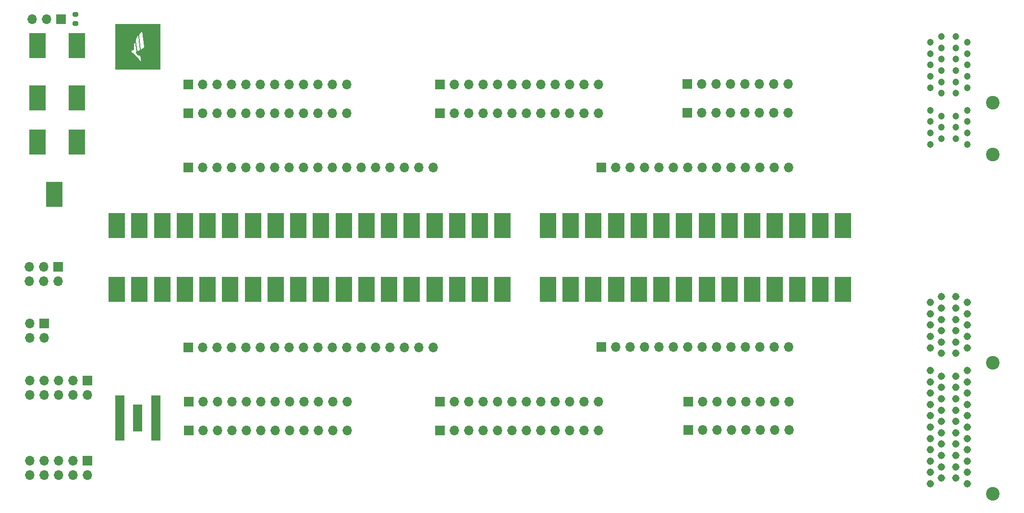
<source format=gts>
%TF.GenerationSoftware,KiCad,Pcbnew,7.0.8*%
%TF.CreationDate,2024-09-16T14:36:25-04:00*%
%TF.ProjectId,breakout_pcie,62726561-6b6f-4757-945f-706369652e6b,rev?*%
%TF.SameCoordinates,Original*%
%TF.FileFunction,Soldermask,Top*%
%TF.FilePolarity,Negative*%
%FSLAX46Y46*%
G04 Gerber Fmt 4.6, Leading zero omitted, Abs format (unit mm)*
G04 Created by KiCad (PCBNEW 7.0.8) date 2024-09-16 14:36:25*
%MOMM*%
%LPD*%
G01*
G04 APERTURE LIST*
G04 Aperture macros list*
%AMRoundRect*
0 Rectangle with rounded corners*
0 $1 Rounding radius*
0 $2 $3 $4 $5 $6 $7 $8 $9 X,Y pos of 4 corners*
0 Add a 4 corners polygon primitive as box body*
4,1,4,$2,$3,$4,$5,$6,$7,$8,$9,$2,$3,0*
0 Add four circle primitives for the rounded corners*
1,1,$1+$1,$2,$3*
1,1,$1+$1,$4,$5*
1,1,$1+$1,$6,$7*
1,1,$1+$1,$8,$9*
0 Add four rect primitives between the rounded corners*
20,1,$1+$1,$2,$3,$4,$5,0*
20,1,$1+$1,$4,$5,$6,$7,0*
20,1,$1+$1,$6,$7,$8,$9,0*
20,1,$1+$1,$8,$9,$2,$3,0*%
G04 Aperture macros list end*
%ADD10R,3.000000X4.500000*%
%ADD11R,1.700000X1.700000*%
%ADD12O,1.700000X1.700000*%
%ADD13C,2.400000*%
%ADD14C,1.200000*%
%ADD15RoundRect,0.200000X0.275000X-0.200000X0.275000X0.200000X-0.275000X0.200000X-0.275000X-0.200000X0*%
%ADD16C,1.316000*%
G04 APERTURE END LIST*
G36*
X86700000Y-120500000D02*
G01*
X88300000Y-120500000D01*
X88300000Y-128500000D01*
X86700000Y-128500000D01*
X86700000Y-120500000D01*
G37*
G36*
X89900000Y-122100000D02*
G01*
X91500000Y-122100000D01*
X91500000Y-126900000D01*
X89900000Y-126900000D01*
X89900000Y-122100000D01*
G37*
G36*
X93100000Y-120500000D02*
G01*
X94700000Y-120500000D01*
X94700000Y-128500000D01*
X93100000Y-128500000D01*
X93100000Y-120500000D01*
G37*
%TO.C,REF\u002A\u002A*%
G36*
X90209930Y-55000000D02*
G01*
X90738648Y-55000000D01*
X91468249Y-55000000D01*
X94700000Y-55000000D01*
X94700000Y-63000058D01*
X86701824Y-63000058D01*
X86701824Y-59944533D01*
X89589898Y-59944533D01*
X89589909Y-59945227D01*
X89589942Y-59945900D01*
X89589996Y-59946553D01*
X89590071Y-59947186D01*
X89590167Y-59947799D01*
X89590283Y-59948394D01*
X89590419Y-59948970D01*
X89590574Y-59949530D01*
X89590749Y-59950073D01*
X89590943Y-59950600D01*
X89591156Y-59951112D01*
X89591386Y-59951610D01*
X89591635Y-59952094D01*
X89591901Y-59952564D01*
X89592185Y-59953023D01*
X89592485Y-59953469D01*
X89592802Y-59953905D01*
X89593135Y-59954330D01*
X89593848Y-59955152D01*
X89594622Y-59955942D01*
X89595454Y-59956703D01*
X89596341Y-59957443D01*
X89597281Y-59958166D01*
X89598270Y-59958878D01*
X89599305Y-59959584D01*
X89674953Y-60003957D01*
X89749803Y-60051197D01*
X89823783Y-60101075D01*
X89896822Y-60153358D01*
X90039795Y-60264223D01*
X90178155Y-60381947D01*
X90311333Y-60504688D01*
X90438762Y-60630600D01*
X90559874Y-60757841D01*
X90674101Y-60884567D01*
X90780876Y-61008934D01*
X90879631Y-61129097D01*
X91050809Y-61349440D01*
X91183093Y-61530845D01*
X91271942Y-61658562D01*
X91271942Y-61656680D01*
X91273032Y-61658020D01*
X91274182Y-61659220D01*
X91275384Y-61660283D01*
X91276631Y-61661211D01*
X91277917Y-61662009D01*
X91279235Y-61662679D01*
X91280577Y-61663224D01*
X91281937Y-61663647D01*
X91283309Y-61663952D01*
X91284684Y-61664142D01*
X91286057Y-61664219D01*
X91287420Y-61664188D01*
X91288767Y-61664050D01*
X91290090Y-61663809D01*
X91291383Y-61663468D01*
X91292638Y-61663030D01*
X91293850Y-61662499D01*
X91295010Y-61661877D01*
X91296113Y-61661167D01*
X91297151Y-61660373D01*
X91298117Y-61659498D01*
X91299005Y-61658545D01*
X91299807Y-61657516D01*
X91300517Y-61656416D01*
X91301128Y-61655246D01*
X91301632Y-61654011D01*
X91302024Y-61652713D01*
X91302295Y-61651356D01*
X91302440Y-61649942D01*
X91302452Y-61648474D01*
X91302322Y-61646956D01*
X91302046Y-61645391D01*
X91168461Y-60524029D01*
X91168037Y-60520263D01*
X91167476Y-60516725D01*
X91166784Y-60513409D01*
X91165965Y-60510311D01*
X91165027Y-60507426D01*
X91163975Y-60504751D01*
X91162815Y-60502281D01*
X91161552Y-60500010D01*
X91160193Y-60497936D01*
X91158743Y-60496052D01*
X91157209Y-60494355D01*
X91155595Y-60492841D01*
X91153909Y-60491504D01*
X91152155Y-60490341D01*
X91150340Y-60489346D01*
X91148470Y-60488516D01*
X91146550Y-60487845D01*
X91144586Y-60487330D01*
X91142584Y-60486966D01*
X91140551Y-60486748D01*
X91138491Y-60486672D01*
X91136411Y-60486734D01*
X91134316Y-60486928D01*
X91132213Y-60487252D01*
X91130107Y-60487699D01*
X91128004Y-60488265D01*
X91125910Y-60488947D01*
X91123831Y-60489739D01*
X91121772Y-60490638D01*
X91119740Y-60491638D01*
X91117741Y-60492735D01*
X91115779Y-60493925D01*
X91093348Y-60507066D01*
X91075662Y-60516447D01*
X91053455Y-60527086D01*
X91026574Y-60538518D01*
X91011332Y-60544387D01*
X90994864Y-60550281D01*
X90977151Y-60556142D01*
X90958172Y-60561912D01*
X90937909Y-60567533D01*
X90916342Y-60572947D01*
X90910514Y-60574318D01*
X90903672Y-60575534D01*
X90895903Y-60576486D01*
X90887297Y-60577063D01*
X90877941Y-60577155D01*
X90867923Y-60576651D01*
X90857333Y-60575442D01*
X90846257Y-60573418D01*
X90834784Y-60570467D01*
X90823003Y-60566480D01*
X90811001Y-60561346D01*
X90804945Y-60558315D01*
X90798867Y-60554956D01*
X90792778Y-60551255D01*
X90786689Y-60547198D01*
X90780611Y-60542772D01*
X90774555Y-60537963D01*
X90768532Y-60532758D01*
X90762553Y-60527141D01*
X90756630Y-60521101D01*
X90750772Y-60514621D01*
X90653464Y-60402144D01*
X90573170Y-60304079D01*
X90530689Y-60249587D01*
X90488776Y-60193358D01*
X90449023Y-60136821D01*
X90413024Y-60081403D01*
X90382372Y-60028531D01*
X90358660Y-59979634D01*
X90349904Y-59957122D01*
X90343480Y-59936138D01*
X90339588Y-59916863D01*
X90338426Y-59899473D01*
X90340195Y-59884147D01*
X90345092Y-59871064D01*
X90353317Y-59860402D01*
X90365069Y-59852340D01*
X90430920Y-59835406D01*
X90431433Y-59835209D01*
X90431914Y-59834970D01*
X90432364Y-59834693D01*
X90432783Y-59834381D01*
X90433174Y-59834038D01*
X90433537Y-59833666D01*
X90433873Y-59833269D01*
X90434184Y-59832849D01*
X90434469Y-59832410D01*
X90434731Y-59831955D01*
X90434970Y-59831486D01*
X90435187Y-59831008D01*
X90435383Y-59830523D01*
X90435560Y-59830034D01*
X90435859Y-59829057D01*
X90436092Y-59828102D01*
X90436267Y-59827193D01*
X90436393Y-59826357D01*
X90436477Y-59825617D01*
X90436554Y-59824526D01*
X90436565Y-59824118D01*
X90225839Y-58064933D01*
X90225598Y-58063555D01*
X90225232Y-58062246D01*
X90224749Y-58061006D01*
X90224156Y-58059840D01*
X90223461Y-58058747D01*
X90222672Y-58057731D01*
X90221796Y-58056794D01*
X90220841Y-58055937D01*
X90219814Y-58055163D01*
X90218724Y-58054474D01*
X90217576Y-58053871D01*
X90216380Y-58053357D01*
X90215142Y-58052935D01*
X90213871Y-58052605D01*
X90212574Y-58052370D01*
X90211257Y-58052233D01*
X90209930Y-58052195D01*
X90208600Y-58052258D01*
X90207273Y-58052424D01*
X90205958Y-58052696D01*
X90204663Y-58053075D01*
X90203394Y-58053564D01*
X90202160Y-58054165D01*
X90200968Y-58054879D01*
X90199826Y-58055709D01*
X90198740Y-58056656D01*
X90197720Y-58057724D01*
X90196772Y-58058914D01*
X90195903Y-58060227D01*
X90195122Y-58061667D01*
X90194437Y-58063235D01*
X90193854Y-58064933D01*
X90146324Y-58218755D01*
X90104307Y-58379699D01*
X90068375Y-58547830D01*
X90039102Y-58723216D01*
X90027141Y-58813650D01*
X90017061Y-58905922D01*
X90008931Y-59000041D01*
X90002825Y-59096014D01*
X89998813Y-59193851D01*
X89996967Y-59293558D01*
X89997359Y-59395146D01*
X90000061Y-59498622D01*
X90000017Y-59500695D01*
X89999885Y-59502682D01*
X89999664Y-59504587D01*
X89999356Y-59506412D01*
X89998959Y-59508160D01*
X89998474Y-59509833D01*
X89998198Y-59510643D01*
X89997900Y-59511435D01*
X89997581Y-59512210D01*
X89997239Y-59512968D01*
X89996875Y-59513709D01*
X89996489Y-59514434D01*
X89996081Y-59515144D01*
X89995651Y-59515838D01*
X89995199Y-59516516D01*
X89994725Y-59517180D01*
X89993711Y-59518465D01*
X89992609Y-59519695D01*
X89991418Y-59520872D01*
X89990139Y-59522000D01*
X89988772Y-59523081D01*
X89967576Y-59538732D01*
X89937031Y-59559035D01*
X89898020Y-59582116D01*
X89875615Y-59594112D01*
X89851424Y-59606101D01*
X89825557Y-59617847D01*
X89798125Y-59629116D01*
X89769238Y-59639674D01*
X89739005Y-59649287D01*
X89707538Y-59657720D01*
X89674947Y-59664739D01*
X89641341Y-59670110D01*
X89606831Y-59673599D01*
X89605955Y-59673648D01*
X89605091Y-59673789D01*
X89604240Y-59674018D01*
X89603403Y-59674327D01*
X89602581Y-59674710D01*
X89601775Y-59675162D01*
X89600987Y-59675676D01*
X89600217Y-59676245D01*
X89599466Y-59676864D01*
X89598735Y-59677527D01*
X89598026Y-59678226D01*
X89597340Y-59678957D01*
X89596037Y-59680487D01*
X89594837Y-59682066D01*
X89593747Y-59683645D01*
X89592775Y-59685175D01*
X89591931Y-59686605D01*
X89591221Y-59687887D01*
X89590240Y-59689805D01*
X89589898Y-59690532D01*
X89589898Y-59944533D01*
X86701824Y-59944533D01*
X86701824Y-57820556D01*
X90395769Y-57820556D01*
X90396333Y-57861868D01*
X90398639Y-57903208D01*
X90402697Y-57944518D01*
X90620949Y-59767673D01*
X90620966Y-59768191D01*
X90621014Y-59768687D01*
X90621093Y-59769161D01*
X90621203Y-59769613D01*
X90621341Y-59770043D01*
X90621507Y-59770451D01*
X90621700Y-59770837D01*
X90621919Y-59771201D01*
X90622163Y-59771542D01*
X90622431Y-59771862D01*
X90622721Y-59772160D01*
X90623033Y-59772435D01*
X90623365Y-59772689D01*
X90623718Y-59772921D01*
X90624089Y-59773130D01*
X90624477Y-59773317D01*
X90624882Y-59773483D01*
X90625302Y-59773626D01*
X90625737Y-59773747D01*
X90626186Y-59773847D01*
X90626647Y-59773924D01*
X90627119Y-59773979D01*
X90628093Y-59774023D01*
X90629100Y-59773979D01*
X90630132Y-59773847D01*
X90631181Y-59773626D01*
X90632238Y-59773317D01*
X90687624Y-59754458D01*
X90742305Y-59734629D01*
X90796280Y-59713918D01*
X90849549Y-59692414D01*
X90902113Y-59670203D01*
X90953972Y-59647376D01*
X91005124Y-59624019D01*
X91055571Y-59600221D01*
X91055913Y-59600029D01*
X91056234Y-59599805D01*
X91056534Y-59599554D01*
X91056814Y-59599277D01*
X91057074Y-59598976D01*
X91057316Y-59598654D01*
X91057540Y-59598314D01*
X91057747Y-59597958D01*
X91057937Y-59597587D01*
X91058112Y-59597206D01*
X91058271Y-59596815D01*
X91058416Y-59596418D01*
X91058665Y-59595614D01*
X91058864Y-59594812D01*
X91059019Y-59594032D01*
X91059136Y-59593294D01*
X91059220Y-59592617D01*
X91059276Y-59592019D01*
X91059327Y-59591141D01*
X91059335Y-59590814D01*
X90756967Y-57057315D01*
X90953008Y-57057315D01*
X90954090Y-57099164D01*
X90957734Y-57141125D01*
X91239957Y-59491095D01*
X91239978Y-59491619D01*
X91240042Y-59492130D01*
X91240147Y-59492629D01*
X91240291Y-59493113D01*
X91240472Y-59493582D01*
X91240688Y-59494035D01*
X91240938Y-59494470D01*
X91241221Y-59494888D01*
X91241533Y-59495286D01*
X91241874Y-59495663D01*
X91242242Y-59496020D01*
X91242635Y-59496354D01*
X91243052Y-59496664D01*
X91243490Y-59496951D01*
X91243948Y-59497211D01*
X91244425Y-59497445D01*
X91244918Y-59497652D01*
X91245426Y-59497830D01*
X91245947Y-59497978D01*
X91246479Y-59498096D01*
X91247021Y-59498182D01*
X91247571Y-59498235D01*
X91248127Y-59498254D01*
X91248688Y-59498239D01*
X91249251Y-59498188D01*
X91249815Y-59498100D01*
X91250379Y-59497974D01*
X91250940Y-59497809D01*
X91251497Y-59497604D01*
X91252048Y-59497358D01*
X91252592Y-59497071D01*
X91253127Y-59496740D01*
X91321981Y-59456718D01*
X91388740Y-59415748D01*
X91453251Y-59373940D01*
X91515358Y-59331405D01*
X91574908Y-59288252D01*
X91631745Y-59244592D01*
X91685717Y-59200535D01*
X91736667Y-59156192D01*
X91746566Y-59146782D01*
X91755795Y-59136914D01*
X91764345Y-59126616D01*
X91772210Y-59115916D01*
X91779380Y-59104841D01*
X91785847Y-59093419D01*
X91791603Y-59081677D01*
X91796640Y-59069644D01*
X91800949Y-59057345D01*
X91804522Y-59044809D01*
X91807351Y-59032064D01*
X91809428Y-59019138D01*
X91810744Y-59006056D01*
X91811291Y-58992848D01*
X91811061Y-58979541D01*
X91810045Y-58966162D01*
X91486430Y-56349022D01*
X91486216Y-56347804D01*
X91485927Y-56346621D01*
X91485568Y-56345474D01*
X91485140Y-56344366D01*
X91484648Y-56343298D01*
X91484095Y-56342271D01*
X91483482Y-56341288D01*
X91482814Y-56340349D01*
X91482094Y-56339458D01*
X91481325Y-56338615D01*
X91480509Y-56337823D01*
X91479650Y-56337083D01*
X91478752Y-56336396D01*
X91477816Y-56335765D01*
X91476847Y-56335191D01*
X91475847Y-56334676D01*
X91474819Y-56334221D01*
X91473767Y-56333829D01*
X91472694Y-56333501D01*
X91471603Y-56333239D01*
X91470496Y-56333044D01*
X91469377Y-56332919D01*
X91468249Y-56332864D01*
X91467116Y-56332882D01*
X91465979Y-56332975D01*
X91464843Y-56333144D01*
X91463711Y-56333390D01*
X91462585Y-56333717D01*
X91461468Y-56334124D01*
X91460365Y-56334615D01*
X91459277Y-56335190D01*
X91458208Y-56335852D01*
X91458208Y-56335851D01*
X91415581Y-56364544D01*
X91387101Y-56384667D01*
X91354256Y-56408759D01*
X91317354Y-56436908D01*
X91276704Y-56469201D01*
X91232614Y-56505729D01*
X91185393Y-56546577D01*
X91154642Y-56574979D01*
X91125913Y-56605076D01*
X91099247Y-56636755D01*
X91074680Y-56669903D01*
X91052252Y-56704406D01*
X91032001Y-56740153D01*
X91013966Y-56777030D01*
X90998186Y-56814923D01*
X90984699Y-56853721D01*
X90973543Y-56893310D01*
X90964758Y-56933577D01*
X90958381Y-56974408D01*
X90954452Y-57015692D01*
X90953008Y-57057315D01*
X90756967Y-57057315D01*
X90756416Y-57052696D01*
X90756185Y-57051313D01*
X90755850Y-57049986D01*
X90755417Y-57048717D01*
X90754891Y-57047507D01*
X90754278Y-57046358D01*
X90753584Y-57045271D01*
X90752815Y-57044247D01*
X90751977Y-57043288D01*
X90751075Y-57042396D01*
X90750116Y-57041570D01*
X90749105Y-57040814D01*
X90748048Y-57040128D01*
X90746952Y-57039514D01*
X90745821Y-57038972D01*
X90744662Y-57038505D01*
X90743481Y-57038114D01*
X90742283Y-57037800D01*
X90741074Y-57037565D01*
X90739861Y-57037409D01*
X90738648Y-57037335D01*
X90737443Y-57037344D01*
X90736250Y-57037436D01*
X90735076Y-57037614D01*
X90733926Y-57037879D01*
X90732807Y-57038232D01*
X90731724Y-57038675D01*
X90730683Y-57039208D01*
X90729689Y-57039834D01*
X90728750Y-57040554D01*
X90727870Y-57041368D01*
X90727055Y-57042279D01*
X90726312Y-57043288D01*
X90702415Y-57074605D01*
X90678716Y-57106494D01*
X90655238Y-57139001D01*
X90632003Y-57172170D01*
X90609032Y-57206044D01*
X90586348Y-57240668D01*
X90563972Y-57276085D01*
X90541927Y-57312340D01*
X90520850Y-57348027D01*
X90501372Y-57384494D01*
X90483504Y-57421683D01*
X90467256Y-57459537D01*
X90452639Y-57497996D01*
X90439666Y-57537004D01*
X90428346Y-57576503D01*
X90418690Y-57616434D01*
X90410710Y-57656741D01*
X90404417Y-57697364D01*
X90399822Y-57738246D01*
X90396936Y-57779329D01*
X90395769Y-57820556D01*
X86701824Y-57820556D01*
X86701824Y-55000000D01*
X90209930Y-55000000D01*
G37*
%TD*%
D10*
%TO.C,TP25*%
X111000000Y-101819975D03*
%TD*%
%TO.C,TP10*%
X123000000Y-90500000D03*
%TD*%
D11*
%TO.C,J5*%
X172400000Y-80319975D03*
D12*
X174940000Y-80319975D03*
X177480000Y-80319975D03*
X180020000Y-80319975D03*
X182560000Y-80319975D03*
X185100000Y-80319975D03*
X187640000Y-80319975D03*
X190180000Y-80319975D03*
X192720000Y-80319975D03*
X195260000Y-80319975D03*
X197800000Y-80319975D03*
X200340000Y-80319975D03*
X202880000Y-80319975D03*
X205420000Y-80319975D03*
%TD*%
D11*
%TO.C,J9*%
X144000000Y-70719975D03*
D12*
X146540000Y-70719975D03*
X149080000Y-70719975D03*
X151620000Y-70719975D03*
X154160000Y-70719975D03*
X156700000Y-70719975D03*
X159240000Y-70719975D03*
X161780000Y-70719975D03*
X164320000Y-70719975D03*
X166860000Y-70719975D03*
X169400000Y-70719975D03*
X171940000Y-70719975D03*
%TD*%
D11*
%TO.C,J4*%
X99600000Y-112019975D03*
D12*
X102140000Y-112019975D03*
X104680000Y-112019975D03*
X107220000Y-112019975D03*
X109760000Y-112019975D03*
X112300000Y-112019975D03*
X114840000Y-112019975D03*
X117380000Y-112019975D03*
X119920000Y-112019975D03*
X122460000Y-112019975D03*
X125000000Y-112019975D03*
X127540000Y-112019975D03*
X130080000Y-112019975D03*
X132620000Y-112019975D03*
X135160000Y-112019975D03*
X137700000Y-112019975D03*
X140240000Y-112019975D03*
X142780000Y-112019975D03*
%TD*%
D10*
%TO.C,TP17*%
X151000000Y-90519975D03*
%TD*%
%TO.C,TP2*%
X91000000Y-90519975D03*
%TD*%
D11*
%TO.C,J16*%
X144000000Y-121619975D03*
D12*
X146540000Y-121619975D03*
X149080000Y-121619975D03*
X151620000Y-121619975D03*
X154160000Y-121619975D03*
X156700000Y-121619975D03*
X159240000Y-121619975D03*
X161780000Y-121619975D03*
X164320000Y-121619975D03*
X166860000Y-121619975D03*
X169400000Y-121619975D03*
X171940000Y-121619975D03*
%TD*%
D10*
%TO.C,TP32*%
X139000000Y-101819975D03*
%TD*%
D11*
%TO.C,J12*%
X187750000Y-126619975D03*
D12*
X190290000Y-126619975D03*
X192830000Y-126619975D03*
X195370000Y-126619975D03*
X197910000Y-126619975D03*
X200450000Y-126619975D03*
X202990000Y-126619975D03*
X205530000Y-126619975D03*
%TD*%
D10*
%TO.C,TP64*%
X215000000Y-101819975D03*
%TD*%
D11*
%TO.C,J17*%
X187600000Y-65564975D03*
D12*
X190140000Y-65564975D03*
X192680000Y-65564975D03*
X195220000Y-65564975D03*
X197760000Y-65564975D03*
X200300000Y-65564975D03*
X202840000Y-65564975D03*
X205380000Y-65564975D03*
%TD*%
D11*
%TO.C,J23*%
X81785000Y-117865000D03*
D12*
X81785000Y-120405000D03*
X79245000Y-117865000D03*
X79245000Y-120405000D03*
X76705000Y-117865000D03*
X76705000Y-120405000D03*
X74165000Y-117865000D03*
X74165000Y-120405000D03*
X71625000Y-117865000D03*
X71625000Y-120405000D03*
%TD*%
D10*
%TO.C,TP1*%
X87000000Y-90519975D03*
%TD*%
%TO.C,TP40*%
X175000000Y-90519975D03*
%TD*%
%TO.C,TP55*%
X179000000Y-101819975D03*
%TD*%
%TO.C,TP50*%
X215000000Y-90519975D03*
%TD*%
%TO.C,TP19*%
X87000000Y-101800000D03*
%TD*%
%TO.C,TP65*%
X76000000Y-85000000D03*
%TD*%
%TO.C,TP9*%
X119000000Y-90500000D03*
%TD*%
D11*
%TO.C,J8*%
X99700000Y-126699975D03*
D12*
X102240000Y-126699975D03*
X104780000Y-126699975D03*
X107320000Y-126699975D03*
X109860000Y-126699975D03*
X112400000Y-126699975D03*
X114940000Y-126699975D03*
X117480000Y-126699975D03*
X120020000Y-126699975D03*
X122560000Y-126699975D03*
X125100000Y-126699975D03*
X127640000Y-126699975D03*
%TD*%
D10*
%TO.C,TP33*%
X143000000Y-101819975D03*
%TD*%
%TO.C,TP18*%
X155000000Y-90519975D03*
%TD*%
D11*
%TO.C,J3*%
X99600000Y-80319975D03*
D12*
X102140000Y-80319975D03*
X104680000Y-80319975D03*
X107220000Y-80319975D03*
X109760000Y-80319975D03*
X112300000Y-80319975D03*
X114840000Y-80319975D03*
X117380000Y-80319975D03*
X119920000Y-80319975D03*
X122460000Y-80319975D03*
X125000000Y-80319975D03*
X127540000Y-80319975D03*
X130080000Y-80319975D03*
X132620000Y-80319975D03*
X135160000Y-80319975D03*
X137700000Y-80319975D03*
X140240000Y-80319975D03*
X142780000Y-80319975D03*
%TD*%
D10*
%TO.C,TP15*%
X143000000Y-90519975D03*
%TD*%
%TO.C,TP27*%
X119000000Y-101819975D03*
%TD*%
%TO.C,TP36*%
X155000000Y-101819975D03*
%TD*%
D11*
%TO.C,J20*%
X76640000Y-97800000D03*
D12*
X76640000Y-100340000D03*
X74100000Y-97800000D03*
X74100000Y-100340000D03*
X71560000Y-97800000D03*
X71560000Y-100340000D03*
%TD*%
D10*
%TO.C,TP28*%
X123000000Y-101819975D03*
%TD*%
%TO.C,TP12*%
X131000000Y-90519975D03*
%TD*%
%TO.C,TP16*%
X147000000Y-90519975D03*
%TD*%
D11*
%TO.C,J13*%
X99600000Y-65639975D03*
D12*
X102140000Y-65639975D03*
X104680000Y-65639975D03*
X107220000Y-65639975D03*
X109760000Y-65639975D03*
X112300000Y-65639975D03*
X114840000Y-65639975D03*
X117380000Y-65639975D03*
X119920000Y-65639975D03*
X122460000Y-65639975D03*
X125000000Y-65639975D03*
X127540000Y-65639975D03*
%TD*%
D10*
%TO.C,TP62*%
X207000000Y-101819975D03*
%TD*%
%TO.C,TP23*%
X103000000Y-101819975D03*
%TD*%
%TO.C,TP66*%
X80000000Y-58800000D03*
%TD*%
%TO.C,TP11*%
X127000000Y-90500000D03*
%TD*%
%TO.C,TP29*%
X127000000Y-101819975D03*
%TD*%
%TO.C,TP22*%
X99000000Y-101800000D03*
%TD*%
D11*
%TO.C,J11*%
X187600000Y-70644975D03*
D12*
X190140000Y-70644975D03*
X192680000Y-70644975D03*
X195220000Y-70644975D03*
X197760000Y-70644975D03*
X200300000Y-70644975D03*
X202840000Y-70644975D03*
X205380000Y-70644975D03*
%TD*%
D10*
%TO.C,TP58*%
X191000000Y-101819975D03*
%TD*%
%TO.C,TP49*%
X211000000Y-90519975D03*
%TD*%
%TO.C,TP14*%
X139000000Y-90519975D03*
%TD*%
%TO.C,TP20*%
X91000000Y-101800000D03*
%TD*%
%TO.C,TP47*%
X203000000Y-90519975D03*
%TD*%
%TO.C,TP35*%
X151000000Y-101819975D03*
%TD*%
%TO.C,TP52*%
X167000000Y-101819975D03*
%TD*%
%TO.C,TP31*%
X135000000Y-101819975D03*
%TD*%
%TO.C,TP53*%
X171000000Y-101819975D03*
%TD*%
D11*
%TO.C,J21*%
X77125000Y-54100000D03*
D12*
X74585000Y-54100000D03*
X72045000Y-54100000D03*
%TD*%
D13*
%TO.C,J1*%
X241400000Y-78000000D03*
X241400000Y-68850000D03*
D14*
X234900000Y-57200000D03*
X236900000Y-58200000D03*
X234900000Y-59200000D03*
X236900000Y-60200000D03*
X234900000Y-61200000D03*
X236900000Y-62200000D03*
X234900000Y-63200000D03*
X236900000Y-64200000D03*
X234900000Y-65200000D03*
X236900000Y-66200000D03*
X234900000Y-67200000D03*
X236900000Y-70200000D03*
X234900000Y-71200000D03*
X236900000Y-72200000D03*
X234900000Y-73200000D03*
X236900000Y-74200000D03*
X234900000Y-75200000D03*
X236900000Y-76200000D03*
X232400000Y-57200000D03*
X230400000Y-58200000D03*
X232400000Y-59200000D03*
X230400000Y-60200000D03*
X232400000Y-61200000D03*
X230400000Y-62200000D03*
X232400000Y-63200000D03*
X230400000Y-64200000D03*
X232400000Y-65200000D03*
X230400000Y-66200000D03*
X232400000Y-67200000D03*
X230400000Y-70200000D03*
X232400000Y-71200000D03*
X230400000Y-72200000D03*
X232400000Y-73200000D03*
X230400000Y-74200000D03*
X232400000Y-75200000D03*
X230400000Y-76200000D03*
%TD*%
D11*
%TO.C,J6*%
X172450000Y-111994975D03*
D12*
X174990000Y-111994975D03*
X177530000Y-111994975D03*
X180070000Y-111994975D03*
X182610000Y-111994975D03*
X185150000Y-111994975D03*
X187690000Y-111994975D03*
X190230000Y-111994975D03*
X192770000Y-111994975D03*
X195310000Y-111994975D03*
X197850000Y-111994975D03*
X200390000Y-111994975D03*
X202930000Y-111994975D03*
X205470000Y-111994975D03*
%TD*%
D10*
%TO.C,TP56*%
X183000000Y-101819975D03*
%TD*%
%TO.C,TP46*%
X199000000Y-90519975D03*
%TD*%
D15*
%TO.C,R1*%
X79745000Y-54925000D03*
X79745000Y-53275000D03*
%TD*%
D10*
%TO.C,TP71*%
X73000000Y-75800000D03*
%TD*%
%TO.C,TP72*%
X80000000Y-75800000D03*
%TD*%
%TO.C,TP61*%
X203000000Y-101819975D03*
%TD*%
D11*
%TO.C,J15*%
X144000000Y-65639975D03*
D12*
X146540000Y-65639975D03*
X149080000Y-65639975D03*
X151620000Y-65639975D03*
X154160000Y-65639975D03*
X156700000Y-65639975D03*
X159240000Y-65639975D03*
X161780000Y-65639975D03*
X164320000Y-65639975D03*
X166860000Y-65639975D03*
X169400000Y-65639975D03*
X171940000Y-65639975D03*
%TD*%
D10*
%TO.C,TP60*%
X199000000Y-101819975D03*
%TD*%
%TO.C,TP41*%
X179000000Y-90519975D03*
%TD*%
%TO.C,TP3*%
X95000000Y-90519975D03*
%TD*%
%TO.C,TP51*%
X163000000Y-101819975D03*
%TD*%
%TO.C,TP48*%
X207000000Y-90519975D03*
%TD*%
%TO.C,TP67*%
X73000000Y-58800000D03*
%TD*%
D11*
%TO.C,J7*%
X99600000Y-70719975D03*
D12*
X102140000Y-70719975D03*
X104680000Y-70719975D03*
X107220000Y-70719975D03*
X109760000Y-70719975D03*
X112300000Y-70719975D03*
X114840000Y-70719975D03*
X117380000Y-70719975D03*
X119920000Y-70719975D03*
X122460000Y-70719975D03*
X125000000Y-70719975D03*
X127540000Y-70719975D03*
%TD*%
D10*
%TO.C,TP13*%
X135000000Y-90519975D03*
%TD*%
%TO.C,TP59*%
X195000000Y-101819975D03*
%TD*%
%TO.C,TP45*%
X195000000Y-90519975D03*
%TD*%
%TO.C,TP5*%
X103000000Y-90519975D03*
%TD*%
D11*
%TO.C,J19*%
X74200000Y-107800000D03*
D12*
X74200000Y-110340000D03*
X71660000Y-107800000D03*
X71660000Y-110340000D03*
%TD*%
D10*
%TO.C,TP42*%
X183000000Y-90519975D03*
%TD*%
%TO.C,TP34*%
X147000000Y-101819975D03*
%TD*%
%TO.C,TP8*%
X115000000Y-90500000D03*
%TD*%
%TO.C,TP7*%
X111000000Y-90500000D03*
%TD*%
D11*
%TO.C,J18*%
X187750000Y-121619975D03*
D12*
X190290000Y-121619975D03*
X192850000Y-121619975D03*
X195370000Y-121619975D03*
X197910000Y-121619975D03*
X200450000Y-121619975D03*
X202990000Y-121619975D03*
X205530000Y-121619975D03*
%TD*%
D10*
%TO.C,TP69*%
X73000000Y-68000000D03*
%TD*%
%TO.C,TP30*%
X131000000Y-101819975D03*
%TD*%
%TO.C,TP57*%
X187000000Y-101819975D03*
%TD*%
%TO.C,TP24*%
X107000000Y-101819975D03*
%TD*%
%TO.C,TP44*%
X191000000Y-90519975D03*
%TD*%
%TO.C,TP4*%
X99000000Y-90519975D03*
%TD*%
%TO.C,TP68*%
X80000000Y-68000000D03*
%TD*%
D11*
%TO.C,J10*%
X144000000Y-126699975D03*
D12*
X146540000Y-126699975D03*
X149080000Y-126699975D03*
X151620000Y-126699975D03*
X154160000Y-126699975D03*
X156700000Y-126699975D03*
X159240000Y-126699975D03*
X161780000Y-126699975D03*
X164320000Y-126699975D03*
X166860000Y-126699975D03*
X169400000Y-126699975D03*
X171940000Y-126699975D03*
%TD*%
D10*
%TO.C,TP63*%
X211000000Y-101819975D03*
%TD*%
%TO.C,TP38*%
X167000000Y-90519975D03*
%TD*%
%TO.C,TP26*%
X115000000Y-101819975D03*
%TD*%
%TO.C,TP6*%
X107000000Y-90500000D03*
%TD*%
%TO.C,TP54*%
X175000000Y-101819975D03*
%TD*%
%TO.C,TP37*%
X163000000Y-90519975D03*
%TD*%
%TO.C,TP39*%
X171000000Y-90519975D03*
%TD*%
D11*
%TO.C,J14*%
X99700000Y-121619975D03*
D12*
X102240000Y-121619975D03*
X104780000Y-121619975D03*
X107320000Y-121619975D03*
X109860000Y-121619975D03*
X112400000Y-121619975D03*
X114940000Y-121619975D03*
X117480000Y-121619975D03*
X120020000Y-121619975D03*
X122560000Y-121619975D03*
X125100000Y-121619975D03*
X127640000Y-121619975D03*
%TD*%
D13*
%TO.C,J2*%
X241400000Y-137900000D03*
X241400000Y-114750000D03*
D16*
X234900000Y-103100000D03*
X236900000Y-104100000D03*
X234900000Y-105100000D03*
X236900000Y-106100000D03*
X234900000Y-107100000D03*
X236900000Y-108100000D03*
X234900000Y-109100000D03*
X236900000Y-110100000D03*
X234900000Y-111100000D03*
X236900000Y-112100000D03*
X234900000Y-113100000D03*
X236900000Y-116100000D03*
X234900000Y-117100000D03*
X236900000Y-118100000D03*
X234900000Y-119100000D03*
X236900000Y-120100000D03*
X234900000Y-121100000D03*
X236900000Y-122100000D03*
X234900000Y-123100000D03*
X236900000Y-124100000D03*
X234900000Y-125100000D03*
X236900000Y-126100000D03*
X234900000Y-127100000D03*
X236900000Y-128100000D03*
X234900000Y-129100000D03*
X236900000Y-130100000D03*
X234900000Y-131100000D03*
X236900000Y-132100000D03*
X234900000Y-133100000D03*
X236900000Y-134100000D03*
X234900000Y-135100000D03*
X236900000Y-136100000D03*
X232400000Y-103100000D03*
X230400000Y-104100000D03*
X232400000Y-105100000D03*
X230400000Y-106100000D03*
X232400000Y-107100000D03*
X230400000Y-108100000D03*
X232400000Y-109100000D03*
X230400000Y-110100000D03*
X232400000Y-111100000D03*
X230400000Y-112100000D03*
X232400000Y-113100000D03*
X230400000Y-116100000D03*
X232400000Y-117100000D03*
X230400000Y-118100000D03*
X232400000Y-119100000D03*
X230400000Y-120100000D03*
X232400000Y-121100000D03*
X230400000Y-122100000D03*
X232400000Y-123100000D03*
X230400000Y-124100000D03*
X232400000Y-125100000D03*
X230400000Y-126100000D03*
X232400000Y-127100000D03*
X230400000Y-128100000D03*
X232400000Y-129100000D03*
X230400000Y-130100000D03*
X232400000Y-131100000D03*
X230400000Y-132100000D03*
X232400000Y-133100000D03*
X230400000Y-134100000D03*
X232400000Y-135100000D03*
X230400000Y-136100000D03*
%TD*%
D10*
%TO.C,TP21*%
X95000000Y-101800000D03*
%TD*%
D11*
%TO.C,J22*%
X81785000Y-132000000D03*
D12*
X81785000Y-134540000D03*
X79245000Y-132000000D03*
X79245000Y-134540000D03*
X76705000Y-132000000D03*
X76705000Y-134540000D03*
X74165000Y-132000000D03*
X74165000Y-134540000D03*
X71625000Y-132000000D03*
X71625000Y-134540000D03*
%TD*%
D10*
%TO.C,TP43*%
X187000000Y-90519975D03*
%TD*%
M02*

</source>
